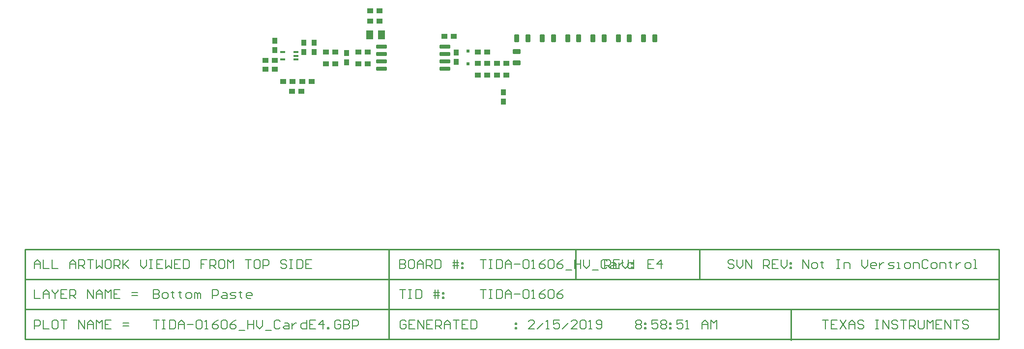
<source format=gbp>
G04*
G04 #@! TF.GenerationSoftware,Altium Limited,Altium Designer,18.1.9 (240)*
G04*
G04 Layer_Color=128*
%FSAX25Y25*%
%MOIN*%
G70*
G01*
G75*
%ADD10C,0.00800*%
%ADD21C,0.01000*%
%ADD24R,0.03937X0.03740*%
%ADD25R,0.03740X0.03937*%
G04:AMPARAMS|DCode=65|XSize=31.5mil|YSize=51.18mil|CornerRadius=1.89mil|HoleSize=0mil|Usage=FLASHONLY|Rotation=90.000|XOffset=0mil|YOffset=0mil|HoleType=Round|Shape=RoundedRectangle|*
%AMROUNDEDRECTD65*
21,1,0.03150,0.04740,0,0,90.0*
21,1,0.02772,0.05118,0,0,90.0*
1,1,0.00378,0.02370,0.01386*
1,1,0.00378,0.02370,-0.01386*
1,1,0.00378,-0.02370,-0.01386*
1,1,0.00378,-0.02370,0.01386*
%
%ADD65ROUNDEDRECTD65*%
G04:AMPARAMS|DCode=66|XSize=31.5mil|YSize=51.18mil|CornerRadius=1.89mil|HoleSize=0mil|Usage=FLASHONLY|Rotation=0.000|XOffset=0mil|YOffset=0mil|HoleType=Round|Shape=RoundedRectangle|*
%AMROUNDEDRECTD66*
21,1,0.03150,0.04740,0,0,0.0*
21,1,0.02772,0.05118,0,0,0.0*
1,1,0.00378,0.01386,-0.02370*
1,1,0.00378,-0.01386,-0.02370*
1,1,0.00378,-0.01386,0.02370*
1,1,0.00378,0.01386,0.02370*
%
%ADD66ROUNDEDRECTD66*%
G04:AMPARAMS|DCode=68|XSize=23.62mil|YSize=70.87mil|CornerRadius=2.01mil|HoleSize=0mil|Usage=FLASHONLY|Rotation=90.000|XOffset=0mil|YOffset=0mil|HoleType=Round|Shape=RoundedRectangle|*
%AMROUNDEDRECTD68*
21,1,0.02362,0.06685,0,0,90.0*
21,1,0.01961,0.07087,0,0,90.0*
1,1,0.00402,0.03343,0.00980*
1,1,0.00402,0.03343,-0.00980*
1,1,0.00402,-0.03343,-0.00980*
1,1,0.00402,-0.03343,0.00980*
%
%ADD68ROUNDEDRECTD68*%
%ADD69R,0.05000X0.06300*%
G04:AMPARAMS|DCode=70|XSize=15.75mil|YSize=33.47mil|CornerRadius=1.97mil|HoleSize=0mil|Usage=FLASHONLY|Rotation=90.000|XOffset=0mil|YOffset=0mil|HoleType=Round|Shape=RoundedRectangle|*
%AMROUNDEDRECTD70*
21,1,0.01575,0.02953,0,0,90.0*
21,1,0.01181,0.03347,0,0,90.0*
1,1,0.00394,0.01476,0.00591*
1,1,0.00394,0.01476,-0.00591*
1,1,0.00394,-0.01476,-0.00591*
1,1,0.00394,-0.01476,0.00591*
%
%ADD70ROUNDEDRECTD70*%
%ADD77R,0.01968X0.01968*%
G54D10*
X0126900Y0073549D02*
Y0067551D01*
X0129899D01*
X0130899Y0068550D01*
Y0069550D01*
X0129899Y0070550D01*
X0126900D01*
X0129899D01*
X0130899Y0071549D01*
Y0072549D01*
X0129899Y0073549D01*
X0126900D01*
X0133898Y0067551D02*
X0135897D01*
X0136897Y0068550D01*
Y0070550D01*
X0135897Y0071549D01*
X0133898D01*
X0132898Y0070550D01*
Y0068550D01*
X0133898Y0067551D01*
X0139896Y0072549D02*
Y0071549D01*
X0138896D01*
X0140895D01*
X0139896D01*
Y0068550D01*
X0140895Y0067551D01*
X0144894Y0072549D02*
Y0071549D01*
X0143895D01*
X0145894D01*
X0144894D01*
Y0068550D01*
X0145894Y0067551D01*
X0149893D02*
X0151892D01*
X0152892Y0068550D01*
Y0070550D01*
X0151892Y0071549D01*
X0149893D01*
X0148893Y0070550D01*
Y0068550D01*
X0149893Y0067551D01*
X0154891D02*
Y0071549D01*
X0155891D01*
X0156890Y0070550D01*
Y0067551D01*
Y0070550D01*
X0157890Y0071549D01*
X0158890Y0070550D01*
Y0067551D01*
X0166887D02*
Y0073549D01*
X0169886D01*
X0170886Y0072549D01*
Y0070550D01*
X0169886Y0069550D01*
X0166887D01*
X0173885Y0071549D02*
X0175884D01*
X0176884Y0070550D01*
Y0067551D01*
X0173885D01*
X0172885Y0068550D01*
X0173885Y0069550D01*
X0176884D01*
X0178883Y0067551D02*
X0181882D01*
X0182882Y0068550D01*
X0181882Y0069550D01*
X0179883D01*
X0178883Y0070550D01*
X0179883Y0071549D01*
X0182882D01*
X0185881Y0072549D02*
Y0071549D01*
X0184881D01*
X0186881D01*
X0185881D01*
Y0068550D01*
X0186881Y0067551D01*
X0192879D02*
X0190879D01*
X0189880Y0068550D01*
Y0070550D01*
X0190879Y0071549D01*
X0192879D01*
X0193878Y0070550D01*
Y0069550D01*
X0189880D01*
X0348550Y0073498D02*
X0352549D01*
X0350549D01*
Y0067500D01*
X0354548Y0073498D02*
X0356547D01*
X0355548D01*
Y0067500D01*
X0354548D01*
X0356547D01*
X0359546Y0073498D02*
Y0067500D01*
X0362545D01*
X0363545Y0068500D01*
Y0072498D01*
X0362545Y0073498D01*
X0359546D01*
X0365545Y0067500D02*
Y0071499D01*
X0367544Y0073498D01*
X0369543Y0071499D01*
Y0067500D01*
Y0070499D01*
X0365545D01*
X0371543D02*
X0375541D01*
X0377541Y0072498D02*
X0378540Y0073498D01*
X0380540D01*
X0381539Y0072498D01*
Y0068500D01*
X0380540Y0067500D01*
X0378540D01*
X0377541Y0068500D01*
Y0072498D01*
X0383539Y0067500D02*
X0385538D01*
X0384538D01*
Y0073498D01*
X0383539Y0072498D01*
X0392536Y0073498D02*
X0390536Y0072498D01*
X0388537Y0070499D01*
Y0068500D01*
X0389537Y0067500D01*
X0391536D01*
X0392536Y0068500D01*
Y0069499D01*
X0391536Y0070499D01*
X0388537D01*
X0394535Y0072498D02*
X0395535Y0073498D01*
X0397534D01*
X0398534Y0072498D01*
Y0068500D01*
X0397534Y0067500D01*
X0395535D01*
X0394535Y0068500D01*
Y0072498D01*
X0404532Y0073498D02*
X0402532Y0072498D01*
X0400533Y0070499D01*
Y0068500D01*
X0401533Y0067500D01*
X0403532D01*
X0404532Y0068500D01*
Y0069499D01*
X0403532Y0070499D01*
X0400533D01*
X0294000Y0073498D02*
X0297999D01*
X0295999D01*
Y0067500D01*
X0299998Y0073498D02*
X0301997D01*
X0300998D01*
Y0067500D01*
X0299998D01*
X0301997D01*
X0304996Y0073498D02*
Y0067500D01*
X0307996D01*
X0308995Y0068500D01*
Y0072498D01*
X0307996Y0073498D01*
X0304996D01*
X0317992Y0067500D02*
Y0073498D01*
X0319992D02*
Y0067500D01*
X0316993Y0071499D02*
X0319992D01*
X0320991D01*
X0316993Y0069499D02*
X0320991D01*
X0322991Y0071499D02*
X0323990D01*
Y0070499D01*
X0322991D01*
Y0071499D01*
Y0068500D02*
X0323990D01*
Y0067500D01*
X0322991D01*
Y0068500D01*
X0580500Y0052965D02*
X0584499D01*
X0582499D01*
Y0046966D01*
X0590497Y0052965D02*
X0586498D01*
Y0046966D01*
X0590497D01*
X0586498Y0049966D02*
X0588497D01*
X0592496Y0052965D02*
X0596495Y0046966D01*
Y0052965D02*
X0592496Y0046966D01*
X0598494D02*
Y0050965D01*
X0600493Y0052965D01*
X0602493Y0050965D01*
Y0046966D01*
Y0049966D01*
X0598494D01*
X0608491Y0051965D02*
X0607491Y0052965D01*
X0605492D01*
X0604492Y0051965D01*
Y0050965D01*
X0605492Y0049966D01*
X0607491D01*
X0608491Y0048966D01*
Y0047966D01*
X0607491Y0046966D01*
X0605492D01*
X0604492Y0047966D01*
X0616488Y0052965D02*
X0618488D01*
X0617488D01*
Y0046966D01*
X0616488D01*
X0618488D01*
X0621487D02*
Y0052965D01*
X0625486Y0046966D01*
Y0052965D01*
X0631484Y0051965D02*
X0630484Y0052965D01*
X0628484D01*
X0627485Y0051965D01*
Y0050965D01*
X0628484Y0049966D01*
X0630484D01*
X0631484Y0048966D01*
Y0047966D01*
X0630484Y0046966D01*
X0628484D01*
X0627485Y0047966D01*
X0633483Y0052965D02*
X0637482D01*
X0635482D01*
Y0046966D01*
X0639481D02*
Y0052965D01*
X0642480D01*
X0643480Y0051965D01*
Y0049966D01*
X0642480Y0048966D01*
X0639481D01*
X0641480D02*
X0643480Y0046966D01*
X0645479Y0052965D02*
Y0047966D01*
X0646479Y0046966D01*
X0648478D01*
X0649478Y0047966D01*
Y0052965D01*
X0651477Y0046966D02*
Y0052965D01*
X0653476Y0050965D01*
X0655476Y0052965D01*
Y0046966D01*
X0661474Y0052965D02*
X0657475D01*
Y0046966D01*
X0661474D01*
X0657475Y0049966D02*
X0659474D01*
X0663473Y0046966D02*
Y0052965D01*
X0667472Y0046966D01*
Y0052965D01*
X0669471D02*
X0673470D01*
X0671471D01*
Y0046966D01*
X0679468Y0051965D02*
X0678468Y0052965D01*
X0676469D01*
X0675469Y0051965D01*
Y0050965D01*
X0676469Y0049966D01*
X0678468D01*
X0679468Y0048966D01*
Y0047966D01*
X0678468Y0046966D01*
X0676469D01*
X0675469Y0047966D01*
X0454050Y0051965D02*
X0455050Y0052965D01*
X0457049D01*
X0458049Y0051965D01*
Y0050965D01*
X0457049Y0049966D01*
X0458049Y0048966D01*
Y0047966D01*
X0457049Y0046966D01*
X0455050D01*
X0454050Y0047966D01*
Y0048966D01*
X0455050Y0049966D01*
X0454050Y0050965D01*
Y0051965D01*
X0455050Y0049966D02*
X0457049D01*
X0460048Y0050965D02*
X0461048D01*
Y0049966D01*
X0460048D01*
Y0050965D01*
Y0047966D02*
X0461048D01*
Y0046966D01*
X0460048D01*
Y0047966D01*
X0469045Y0052965D02*
X0465046D01*
Y0049966D01*
X0467046Y0050965D01*
X0468046D01*
X0469045Y0049966D01*
Y0047966D01*
X0468046Y0046966D01*
X0466046D01*
X0465046Y0047966D01*
X0471044Y0051965D02*
X0472044Y0052965D01*
X0474044D01*
X0475043Y0051965D01*
Y0050965D01*
X0474044Y0049966D01*
X0475043Y0048966D01*
Y0047966D01*
X0474044Y0046966D01*
X0472044D01*
X0471044Y0047966D01*
Y0048966D01*
X0472044Y0049966D01*
X0471044Y0050965D01*
Y0051965D01*
X0472044Y0049966D02*
X0474044D01*
X0477043Y0050965D02*
X0478042D01*
Y0049966D01*
X0477043D01*
Y0050965D01*
Y0047966D02*
X0478042D01*
Y0046966D01*
X0477043D01*
Y0047966D01*
X0486040Y0052965D02*
X0482041D01*
Y0049966D01*
X0484040Y0050965D01*
X0485040D01*
X0486040Y0049966D01*
Y0047966D01*
X0485040Y0046966D01*
X0483041D01*
X0482041Y0047966D01*
X0488039Y0046966D02*
X0490038D01*
X0489039D01*
Y0052965D01*
X0488039Y0051965D01*
X0499035Y0046966D02*
Y0050965D01*
X0501035Y0052965D01*
X0503034Y0050965D01*
Y0046966D01*
Y0049966D01*
X0499035D01*
X0505033Y0046966D02*
Y0052965D01*
X0507033Y0050965D01*
X0509032Y0052965D01*
Y0046966D01*
X0046350D02*
Y0052965D01*
X0049349D01*
X0050349Y0051965D01*
Y0049966D01*
X0049349Y0048966D01*
X0046350D01*
X0052348Y0052965D02*
Y0046966D01*
X0056347D01*
X0061345Y0052965D02*
X0059346D01*
X0058346Y0051965D01*
Y0047966D01*
X0059346Y0046966D01*
X0061345D01*
X0062345Y0047966D01*
Y0051965D01*
X0061345Y0052965D01*
X0064344D02*
X0068343D01*
X0066343D01*
Y0046966D01*
X0076340D02*
Y0052965D01*
X0080339Y0046966D01*
Y0052965D01*
X0082338Y0046966D02*
Y0050965D01*
X0084338Y0052965D01*
X0086337Y0050965D01*
Y0046966D01*
Y0049966D01*
X0082338D01*
X0088336Y0046966D02*
Y0052965D01*
X0090336Y0050965D01*
X0092335Y0052965D01*
Y0046966D01*
X0098333Y0052965D02*
X0094335D01*
Y0046966D01*
X0098333D01*
X0094335Y0049966D02*
X0096334D01*
X0106331Y0048966D02*
X0110329D01*
X0106331Y0050965D02*
X0110329D01*
X0046350Y0073549D02*
Y0067551D01*
X0050349D01*
X0052348D02*
Y0071549D01*
X0054347Y0073549D01*
X0056347Y0071549D01*
Y0067551D01*
Y0070550D01*
X0052348D01*
X0058346Y0073549D02*
Y0072549D01*
X0060346Y0070550D01*
X0062345Y0072549D01*
Y0073549D01*
X0060346Y0070550D02*
Y0067551D01*
X0068343Y0073549D02*
X0064344D01*
Y0067551D01*
X0068343D01*
X0064344Y0070550D02*
X0066343D01*
X0070342Y0067551D02*
Y0073549D01*
X0073341D01*
X0074341Y0072549D01*
Y0070550D01*
X0073341Y0069550D01*
X0070342D01*
X0072342D02*
X0074341Y0067551D01*
X0082338D02*
Y0073549D01*
X0086337Y0067551D01*
Y0073549D01*
X0088336Y0067551D02*
Y0071549D01*
X0090336Y0073549D01*
X0092335Y0071549D01*
Y0067551D01*
Y0070550D01*
X0088336D01*
X0094335Y0067551D02*
Y0073549D01*
X0096334Y0071549D01*
X0098333Y0073549D01*
Y0067551D01*
X0104331Y0073549D02*
X0100332D01*
Y0067551D01*
X0104331D01*
X0100332Y0070550D02*
X0102332D01*
X0112329Y0069550D02*
X0116327D01*
X0112329Y0071549D02*
X0116327D01*
X0294000Y0093831D02*
Y0087833D01*
X0296999D01*
X0297999Y0088833D01*
Y0089833D01*
X0296999Y0090832D01*
X0294000D01*
X0296999D01*
X0297999Y0091832D01*
Y0092832D01*
X0296999Y0093831D01*
X0294000D01*
X0302997D02*
X0300998D01*
X0299998Y0092832D01*
Y0088833D01*
X0300998Y0087833D01*
X0302997D01*
X0303997Y0088833D01*
Y0092832D01*
X0302997Y0093831D01*
X0305996Y0087833D02*
Y0091832D01*
X0307996Y0093831D01*
X0309995Y0091832D01*
Y0087833D01*
Y0090832D01*
X0305996D01*
X0311994Y0087833D02*
Y0093831D01*
X0314993D01*
X0315993Y0092832D01*
Y0090832D01*
X0314993Y0089833D01*
X0311994D01*
X0313994D02*
X0315993Y0087833D01*
X0317992Y0093831D02*
Y0087833D01*
X0320991D01*
X0321991Y0088833D01*
Y0092832D01*
X0320991Y0093831D01*
X0317992D01*
X0330988Y0087833D02*
Y0093831D01*
X0332987D02*
Y0087833D01*
X0329988Y0091832D02*
X0332987D01*
X0333987D01*
X0329988Y0089833D02*
X0333987D01*
X0335986Y0091832D02*
X0336986D01*
Y0090832D01*
X0335986D01*
Y0091832D01*
Y0088833D02*
X0336986D01*
Y0087833D01*
X0335986D01*
Y0088833D01*
X0348550Y0093831D02*
X0352549D01*
X0350549D01*
Y0087833D01*
X0354548Y0093831D02*
X0356547D01*
X0355548D01*
Y0087833D01*
X0354548D01*
X0356547D01*
X0359546Y0093831D02*
Y0087833D01*
X0362545D01*
X0363545Y0088833D01*
Y0092832D01*
X0362545Y0093831D01*
X0359546D01*
X0365545Y0087833D02*
Y0091832D01*
X0367544Y0093831D01*
X0369543Y0091832D01*
Y0087833D01*
Y0090832D01*
X0365545D01*
X0371543D02*
X0375541D01*
X0377541Y0092832D02*
X0378540Y0093831D01*
X0380540D01*
X0381539Y0092832D01*
Y0088833D01*
X0380540Y0087833D01*
X0378540D01*
X0377541Y0088833D01*
Y0092832D01*
X0383539Y0087833D02*
X0385538D01*
X0384538D01*
Y0093831D01*
X0383539Y0092832D01*
X0392536Y0093831D02*
X0390536Y0092832D01*
X0388537Y0090832D01*
Y0088833D01*
X0389537Y0087833D01*
X0391536D01*
X0392536Y0088833D01*
Y0089833D01*
X0391536Y0090832D01*
X0388537D01*
X0394535Y0092832D02*
X0395535Y0093831D01*
X0397534D01*
X0398534Y0092832D01*
Y0088833D01*
X0397534Y0087833D01*
X0395535D01*
X0394535Y0088833D01*
Y0092832D01*
X0404532Y0093831D02*
X0402532Y0092832D01*
X0400533Y0090832D01*
Y0088833D01*
X0401533Y0087833D01*
X0403532D01*
X0404532Y0088833D01*
Y0089833D01*
X0403532Y0090832D01*
X0400533D01*
X0406531Y0086834D02*
X0410530D01*
X0412529Y0093831D02*
Y0087833D01*
Y0090832D01*
X0416528D01*
Y0093831D01*
Y0087833D01*
X0418527Y0093831D02*
Y0089833D01*
X0420527Y0087833D01*
X0422526Y0089833D01*
Y0093831D01*
X0424525Y0086834D02*
X0428524D01*
X0434522Y0092832D02*
X0433523Y0093831D01*
X0431523D01*
X0430523Y0092832D01*
Y0088833D01*
X0431523Y0087833D01*
X0433523D01*
X0434522Y0088833D01*
X0437521Y0091832D02*
X0439521D01*
X0440520Y0090832D01*
Y0087833D01*
X0437521D01*
X0436521Y0088833D01*
X0437521Y0089833D01*
X0440520D01*
X0442520Y0091832D02*
Y0087833D01*
Y0089833D01*
X0443519Y0090832D01*
X0444519Y0091832D01*
X0445519D01*
X0452516Y0093831D02*
Y0087833D01*
X0449517D01*
X0448518Y0088833D01*
Y0090832D01*
X0449517Y0091832D01*
X0452516D01*
X0466149Y0093831D02*
X0462150D01*
Y0087833D01*
X0466149D01*
X0462150Y0090832D02*
X0464149D01*
X0471147Y0087833D02*
Y0093831D01*
X0468148Y0090832D01*
X0472147D01*
X0046350Y0087833D02*
Y0091832D01*
X0048349Y0093831D01*
X0050349Y0091832D01*
Y0087833D01*
Y0090832D01*
X0046350D01*
X0052348Y0093831D02*
Y0087833D01*
X0056347D01*
X0058346Y0093831D02*
Y0087833D01*
X0062345D01*
X0070342D02*
Y0091832D01*
X0072342Y0093831D01*
X0074341Y0091832D01*
Y0087833D01*
Y0090832D01*
X0070342D01*
X0076340Y0087833D02*
Y0093831D01*
X0079339D01*
X0080339Y0092832D01*
Y0090832D01*
X0079339Y0089833D01*
X0076340D01*
X0078340D02*
X0080339Y0087833D01*
X0082338Y0093831D02*
X0086337D01*
X0084338D01*
Y0087833D01*
X0088336Y0093831D02*
Y0087833D01*
X0090336Y0089833D01*
X0092335Y0087833D01*
Y0093831D01*
X0097334D02*
X0095334D01*
X0094335Y0092832D01*
Y0088833D01*
X0095334Y0087833D01*
X0097334D01*
X0098333Y0088833D01*
Y0092832D01*
X0097334Y0093831D01*
X0100332Y0087833D02*
Y0093831D01*
X0103332D01*
X0104331Y0092832D01*
Y0090832D01*
X0103332Y0089833D01*
X0100332D01*
X0102332D02*
X0104331Y0087833D01*
X0106331Y0093831D02*
Y0087833D01*
Y0089833D01*
X0110329Y0093831D01*
X0107330Y0090832D01*
X0110329Y0087833D01*
X0118327Y0093831D02*
Y0089833D01*
X0120326Y0087833D01*
X0122325Y0089833D01*
Y0093831D01*
X0124325D02*
X0126324D01*
X0125324D01*
Y0087833D01*
X0124325D01*
X0126324D01*
X0133322Y0093831D02*
X0129323D01*
Y0087833D01*
X0133322D01*
X0129323Y0090832D02*
X0131323D01*
X0135321Y0093831D02*
Y0087833D01*
X0137321Y0089833D01*
X0139320Y0087833D01*
Y0093831D01*
X0145318D02*
X0141319D01*
Y0087833D01*
X0145318D01*
X0141319Y0090832D02*
X0143319D01*
X0147317Y0093831D02*
Y0087833D01*
X0150316D01*
X0151316Y0088833D01*
Y0092832D01*
X0150316Y0093831D01*
X0147317D01*
X0163312D02*
X0159313D01*
Y0090832D01*
X0161313D01*
X0159313D01*
Y0087833D01*
X0165312D02*
Y0093831D01*
X0168310D01*
X0169310Y0092832D01*
Y0090832D01*
X0168310Y0089833D01*
X0165312D01*
X0167311D02*
X0169310Y0087833D01*
X0174309Y0093831D02*
X0172309D01*
X0171310Y0092832D01*
Y0088833D01*
X0172309Y0087833D01*
X0174309D01*
X0175308Y0088833D01*
Y0092832D01*
X0174309Y0093831D01*
X0177308Y0087833D02*
Y0093831D01*
X0179307Y0091832D01*
X0181306Y0093831D01*
Y0087833D01*
X0189304Y0093831D02*
X0193303D01*
X0191303D01*
Y0087833D01*
X0198301Y0093831D02*
X0196301D01*
X0195302Y0092832D01*
Y0088833D01*
X0196301Y0087833D01*
X0198301D01*
X0199301Y0088833D01*
Y0092832D01*
X0198301Y0093831D01*
X0201300Y0087833D02*
Y0093831D01*
X0204299D01*
X0205299Y0092832D01*
Y0090832D01*
X0204299Y0089833D01*
X0201300D01*
X0217295Y0092832D02*
X0216295Y0093831D01*
X0214296D01*
X0213296Y0092832D01*
Y0091832D01*
X0214296Y0090832D01*
X0216295D01*
X0217295Y0089833D01*
Y0088833D01*
X0216295Y0087833D01*
X0214296D01*
X0213296Y0088833D01*
X0219294Y0093831D02*
X0221293D01*
X0220294D01*
Y0087833D01*
X0219294D01*
X0221293D01*
X0224292Y0093831D02*
Y0087833D01*
X0227291D01*
X0228291Y0088833D01*
Y0092832D01*
X0227291Y0093831D01*
X0224292D01*
X0234289D02*
X0230291D01*
Y0087833D01*
X0234289D01*
X0230291Y0090832D02*
X0232290D01*
X0298199Y0051965D02*
X0297199Y0052965D01*
X0295200D01*
X0294200Y0051965D01*
Y0047966D01*
X0295200Y0046966D01*
X0297199D01*
X0298199Y0047966D01*
Y0049966D01*
X0296199D01*
X0304197Y0052965D02*
X0300198D01*
Y0046966D01*
X0304197D01*
X0300198Y0049966D02*
X0302197D01*
X0306196Y0046966D02*
Y0052965D01*
X0310195Y0046966D01*
Y0052965D01*
X0316193D02*
X0312194D01*
Y0046966D01*
X0316193D01*
X0312194Y0049966D02*
X0314194D01*
X0318192Y0046966D02*
Y0052965D01*
X0321191D01*
X0322191Y0051965D01*
Y0049966D01*
X0321191Y0048966D01*
X0318192D01*
X0320192D02*
X0322191Y0046966D01*
X0324190D02*
Y0050965D01*
X0326190Y0052965D01*
X0328189Y0050965D01*
Y0046966D01*
Y0049966D01*
X0324190D01*
X0330188Y0052965D02*
X0334187D01*
X0332188D01*
Y0046966D01*
X0340185Y0052965D02*
X0336186D01*
Y0046966D01*
X0340185D01*
X0336186Y0049966D02*
X0338186D01*
X0342184Y0052965D02*
Y0046966D01*
X0345183D01*
X0346183Y0047966D01*
Y0051965D01*
X0345183Y0052965D01*
X0342184D01*
X0372175Y0050965D02*
X0373175D01*
Y0049966D01*
X0372175D01*
Y0050965D01*
Y0047966D02*
X0373175D01*
Y0046966D01*
X0372175D01*
Y0047966D01*
X0385149Y0046966D02*
X0381150D01*
X0385149Y0050965D01*
Y0051965D01*
X0384149Y0052965D01*
X0382150D01*
X0381150Y0051965D01*
X0387148Y0046966D02*
X0391147Y0050965D01*
X0393146Y0046966D02*
X0395146D01*
X0394146D01*
Y0052965D01*
X0393146Y0051965D01*
X0402143Y0052965D02*
X0398145D01*
Y0049966D01*
X0400144Y0050965D01*
X0401144D01*
X0402143Y0049966D01*
Y0047966D01*
X0401144Y0046966D01*
X0399144D01*
X0398145Y0047966D01*
X0404143Y0046966D02*
X0408141Y0050965D01*
X0414139Y0046966D02*
X0410141D01*
X0414139Y0050965D01*
Y0051965D01*
X0413140Y0052965D01*
X0411140D01*
X0410141Y0051965D01*
X0416139D02*
X0417138Y0052965D01*
X0419138D01*
X0420137Y0051965D01*
Y0047966D01*
X0419138Y0046966D01*
X0417138D01*
X0416139Y0047966D01*
Y0051965D01*
X0422137Y0046966D02*
X0424136D01*
X0423136D01*
Y0052965D01*
X0422137Y0051965D01*
X0427135Y0047966D02*
X0428135Y0046966D01*
X0430134D01*
X0431134Y0047966D01*
Y0051965D01*
X0430134Y0052965D01*
X0428135D01*
X0427135Y0051965D01*
Y0050965D01*
X0428135Y0049966D01*
X0431134D01*
X0126900Y0052965D02*
X0130899D01*
X0128899D01*
Y0046966D01*
X0132898Y0052965D02*
X0134897D01*
X0133898D01*
Y0046966D01*
X0132898D01*
X0134897D01*
X0137896Y0052965D02*
Y0046966D01*
X0140895D01*
X0141895Y0047966D01*
Y0051965D01*
X0140895Y0052965D01*
X0137896D01*
X0143895Y0046966D02*
Y0050965D01*
X0145894Y0052965D01*
X0147893Y0050965D01*
Y0046966D01*
Y0049966D01*
X0143895D01*
X0149893D02*
X0153891D01*
X0155891Y0051965D02*
X0156890Y0052965D01*
X0158890D01*
X0159889Y0051965D01*
Y0047966D01*
X0158890Y0046966D01*
X0156890D01*
X0155891Y0047966D01*
Y0051965D01*
X0161889Y0046966D02*
X0163888D01*
X0162888D01*
Y0052965D01*
X0161889Y0051965D01*
X0170886Y0052965D02*
X0168886Y0051965D01*
X0166887Y0049966D01*
Y0047966D01*
X0167887Y0046966D01*
X0169886D01*
X0170886Y0047966D01*
Y0048966D01*
X0169886Y0049966D01*
X0166887D01*
X0172885Y0051965D02*
X0173885Y0052965D01*
X0175884D01*
X0176884Y0051965D01*
Y0047966D01*
X0175884Y0046966D01*
X0173885D01*
X0172885Y0047966D01*
Y0051965D01*
X0182882Y0052965D02*
X0180883Y0051965D01*
X0178883Y0049966D01*
Y0047966D01*
X0179883Y0046966D01*
X0181882D01*
X0182882Y0047966D01*
Y0048966D01*
X0181882Y0049966D01*
X0178883D01*
X0184881Y0045967D02*
X0188880D01*
X0190879Y0052965D02*
Y0046966D01*
Y0049966D01*
X0194878D01*
Y0052965D01*
Y0046966D01*
X0196877Y0052965D02*
Y0048966D01*
X0198877Y0046966D01*
X0200876Y0048966D01*
Y0052965D01*
X0202875Y0045967D02*
X0206874D01*
X0212872Y0051965D02*
X0211873Y0052965D01*
X0209873D01*
X0208874Y0051965D01*
Y0047966D01*
X0209873Y0046966D01*
X0211873D01*
X0212872Y0047966D01*
X0215871Y0050965D02*
X0217871D01*
X0218870Y0049966D01*
Y0046966D01*
X0215871D01*
X0214872Y0047966D01*
X0215871Y0048966D01*
X0218870D01*
X0220870Y0050965D02*
Y0046966D01*
Y0048966D01*
X0221869Y0049966D01*
X0222869Y0050965D01*
X0223869D01*
X0230866Y0052965D02*
Y0046966D01*
X0227867D01*
X0226868Y0047966D01*
Y0049966D01*
X0227867Y0050965D01*
X0230866D01*
X0236864Y0052965D02*
X0232866D01*
Y0046966D01*
X0236864D01*
X0232866Y0049966D02*
X0234865D01*
X0241863Y0046966D02*
Y0052965D01*
X0238864Y0049966D01*
X0242863D01*
X0244862Y0046966D02*
Y0047966D01*
X0245862D01*
Y0046966D01*
X0244862D01*
X0253859Y0051965D02*
X0252859Y0052965D01*
X0250860D01*
X0249860Y0051965D01*
Y0047966D01*
X0250860Y0046966D01*
X0252859D01*
X0253859Y0047966D01*
Y0049966D01*
X0251860D01*
X0255858Y0052965D02*
Y0046966D01*
X0258857D01*
X0259857Y0047966D01*
Y0048966D01*
X0258857Y0049966D01*
X0255858D01*
X0258857D01*
X0259857Y0050965D01*
Y0051965D01*
X0258857Y0052965D01*
X0255858D01*
X0261856Y0046966D02*
Y0052965D01*
X0264855D01*
X0265855Y0051965D01*
Y0049966D01*
X0264855Y0048966D01*
X0261856D01*
X0433000Y0087833D02*
Y0093831D01*
X0435999D01*
X0436999Y0092832D01*
Y0090832D01*
X0435999Y0089833D01*
X0433000D01*
X0434999D02*
X0436999Y0087833D01*
X0442997Y0093831D02*
X0438998D01*
Y0087833D01*
X0442997D01*
X0438998Y0090832D02*
X0440997D01*
X0444996Y0093831D02*
Y0089833D01*
X0446995Y0087833D01*
X0448995Y0089833D01*
Y0093831D01*
X0450994Y0091832D02*
X0451994D01*
Y0090832D01*
X0450994D01*
Y0091832D01*
Y0088833D02*
X0451994D01*
Y0087833D01*
X0450994D01*
Y0088833D01*
X0520799Y0092832D02*
X0519799Y0093831D01*
X0517800D01*
X0516800Y0092832D01*
Y0091832D01*
X0517800Y0090832D01*
X0519799D01*
X0520799Y0089833D01*
Y0088833D01*
X0519799Y0087833D01*
X0517800D01*
X0516800Y0088833D01*
X0522798Y0093831D02*
Y0089833D01*
X0524797Y0087833D01*
X0526797Y0089833D01*
Y0093831D01*
X0528796Y0087833D02*
Y0093831D01*
X0532795Y0087833D01*
Y0093831D01*
X0540792Y0087833D02*
Y0093831D01*
X0543791D01*
X0544791Y0092832D01*
Y0090832D01*
X0543791Y0089833D01*
X0540792D01*
X0542792D02*
X0544791Y0087833D01*
X0550789Y0093831D02*
X0546790D01*
Y0087833D01*
X0550789D01*
X0546790Y0090832D02*
X0548790D01*
X0552788Y0093831D02*
Y0089833D01*
X0554788Y0087833D01*
X0556787Y0089833D01*
Y0093831D01*
X0558786Y0091832D02*
X0559786D01*
Y0090832D01*
X0558786D01*
Y0091832D01*
Y0088833D02*
X0559786D01*
Y0087833D01*
X0558786D01*
Y0088833D01*
X0567400Y0087833D02*
Y0093831D01*
X0571399Y0087833D01*
Y0093831D01*
X0574398Y0087833D02*
X0576397D01*
X0577397Y0088833D01*
Y0090832D01*
X0576397Y0091832D01*
X0574398D01*
X0573398Y0090832D01*
Y0088833D01*
X0574398Y0087833D01*
X0580396Y0092832D02*
Y0091832D01*
X0579396D01*
X0581395D01*
X0580396D01*
Y0088833D01*
X0581395Y0087833D01*
X0590393Y0093831D02*
X0592392D01*
X0591392D01*
Y0087833D01*
X0590393D01*
X0592392D01*
X0595391D02*
Y0091832D01*
X0598390D01*
X0599390Y0090832D01*
Y0087833D01*
X0607387Y0093831D02*
Y0089833D01*
X0609386Y0087833D01*
X0611386Y0089833D01*
Y0093831D01*
X0616384Y0087833D02*
X0614385D01*
X0613385Y0088833D01*
Y0090832D01*
X0614385Y0091832D01*
X0616384D01*
X0617384Y0090832D01*
Y0089833D01*
X0613385D01*
X0619383Y0091832D02*
Y0087833D01*
Y0089833D01*
X0620383Y0090832D01*
X0621383Y0091832D01*
X0622382D01*
X0625381Y0087833D02*
X0628380D01*
X0629380Y0088833D01*
X0628380Y0089833D01*
X0626381D01*
X0625381Y0090832D01*
X0626381Y0091832D01*
X0629380D01*
X0631379Y0087833D02*
X0633379D01*
X0632379D01*
Y0091832D01*
X0631379D01*
X0637377Y0087833D02*
X0639377D01*
X0640376Y0088833D01*
Y0090832D01*
X0639377Y0091832D01*
X0637377D01*
X0636378Y0090832D01*
Y0088833D01*
X0637377Y0087833D01*
X0642376D02*
Y0091832D01*
X0645375D01*
X0646374Y0090832D01*
Y0087833D01*
X0652373Y0092832D02*
X0651373Y0093831D01*
X0649373D01*
X0648374Y0092832D01*
Y0088833D01*
X0649373Y0087833D01*
X0651373D01*
X0652373Y0088833D01*
X0655372Y0087833D02*
X0657371D01*
X0658371Y0088833D01*
Y0090832D01*
X0657371Y0091832D01*
X0655372D01*
X0654372Y0090832D01*
Y0088833D01*
X0655372Y0087833D01*
X0660370D02*
Y0091832D01*
X0663369D01*
X0664369Y0090832D01*
Y0087833D01*
X0667368Y0092832D02*
Y0091832D01*
X0666368D01*
X0668367D01*
X0667368D01*
Y0088833D01*
X0668367Y0087833D01*
X0671366Y0091832D02*
Y0087833D01*
Y0089833D01*
X0672366Y0090832D01*
X0673366Y0091832D01*
X0674365D01*
X0678364Y0087833D02*
X0680364D01*
X0681363Y0088833D01*
Y0090832D01*
X0680364Y0091832D01*
X0678364D01*
X0677364Y0090832D01*
Y0088833D01*
X0678364Y0087833D01*
X0683362D02*
X0685362D01*
X0684362D01*
Y0093831D01*
X0683362D01*
G54D21*
X0559400Y0039400D02*
Y0059683D01*
X0440500Y0040050D02*
X0700200D01*
Y0101050D01*
X0286500Y0040050D02*
Y0101050D01*
X0040000Y0040050D02*
Y0101050D01*
X0040050Y0040050D02*
X0197600D01*
X0040050D02*
Y0101050D01*
Y0101050D02*
X0700200D01*
X0040000Y0040050D02*
X0440500D01*
X0040000Y0060383D02*
X0700000D01*
X0040000Y0080717D02*
X0700200D01*
X0413200D02*
Y0101050D01*
X0497200Y0080717D02*
Y0101050D01*
G54D24*
X0203050Y0229400D02*
D03*
X0209350D02*
D03*
X0273920Y0262955D02*
D03*
X0280220D02*
D03*
X0221050Y0208400D02*
D03*
X0227350D02*
D03*
X0324376Y0245555D02*
D03*
X0330675D02*
D03*
X0280220Y0255955D02*
D03*
X0273920D02*
D03*
X0209350Y0223400D02*
D03*
X0203050D02*
D03*
X0360052Y0219397D02*
D03*
X0366351D02*
D03*
X0228070Y0214955D02*
D03*
X0234369D02*
D03*
X0215070D02*
D03*
X0221369D02*
D03*
X0347072Y0234952D02*
D03*
X0353371D02*
D03*
X0265920Y0226955D02*
D03*
X0272220D02*
D03*
X0243920D02*
D03*
X0250220D02*
D03*
X0265920Y0234955D02*
D03*
X0272220D02*
D03*
X0243920D02*
D03*
X0250220D02*
D03*
X0360052Y0227397D02*
D03*
X0366351D02*
D03*
X0347052D02*
D03*
X0353351D02*
D03*
X0353351Y0219397D02*
D03*
X0347052D02*
D03*
G54D25*
X0209200Y0242550D02*
D03*
Y0236250D02*
D03*
X0332200Y0228250D02*
D03*
Y0234550D02*
D03*
X0258070Y0234105D02*
D03*
Y0227805D02*
D03*
X0236070Y0241105D02*
D03*
Y0234805D02*
D03*
X0229070Y0234805D02*
D03*
Y0241105D02*
D03*
X0364200Y0207550D02*
D03*
Y0201250D02*
D03*
G54D65*
X0373200Y0235140D02*
D03*
Y0227660D02*
D03*
G54D66*
X0380940Y0244400D02*
D03*
X0373460D02*
D03*
X0398140D02*
D03*
X0390660D02*
D03*
X0415340D02*
D03*
X0407860D02*
D03*
X0432540D02*
D03*
X0425060D02*
D03*
X0449740D02*
D03*
X0442260D02*
D03*
X0466940D02*
D03*
X0459460D02*
D03*
G54D68*
X0281613Y0223455D02*
D03*
Y0228455D02*
D03*
Y0233455D02*
D03*
Y0238455D02*
D03*
X0324527Y0223455D02*
D03*
Y0228455D02*
D03*
Y0233455D02*
D03*
Y0238455D02*
D03*
G54D69*
X0273670Y0246700D02*
D03*
X0281670D02*
D03*
G54D70*
X0223629Y0234959D02*
D03*
Y0232400D02*
D03*
Y0229841D02*
D03*
X0214771D02*
D03*
Y0234959D02*
D03*
G54D77*
X0340200Y0227069D02*
D03*
Y0235731D02*
D03*
M02*

</source>
